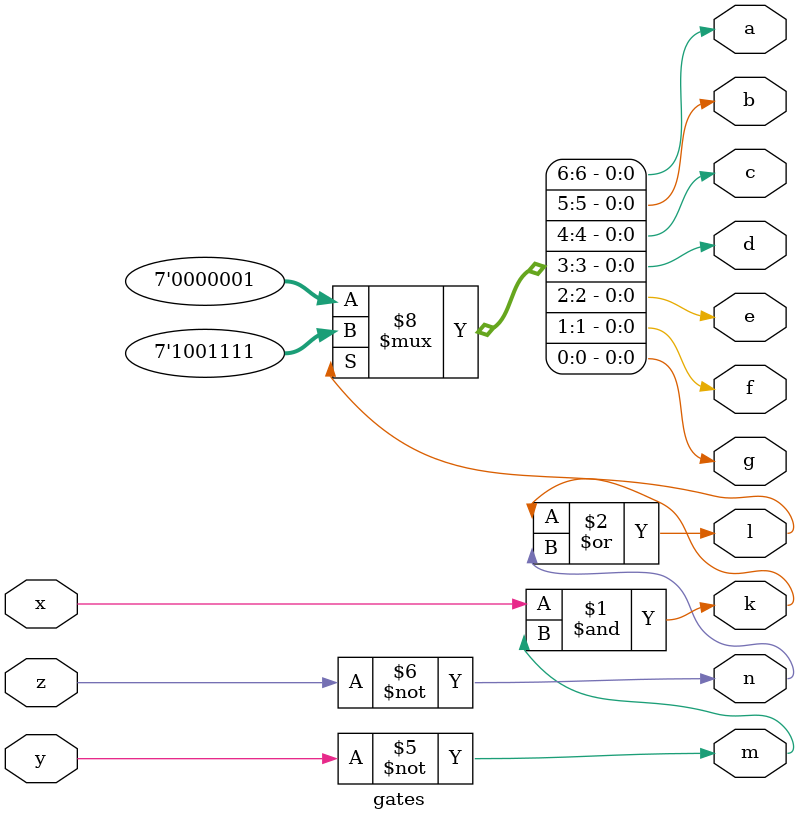
<source format=v>
module gates(x,y,z,k,l,m,n,a,b,c,d,e,f,g);
   output a;
   output b;
   output c;
   output d;
   output e;
   output f;
   output g;
   
   input x;
   input y;
   input z;   
   
   
   output reg k;
   output reg l; 
   output reg m;
   output reg n;      
   
   not(m,y);          
   not(n,z); 
             
 and(k,x,m);
 or(l,k,n);
 
/*parameter zero =3'b000;
parameter  one = 3'b001;
          
function automatic [6:0] seg;

    input [2:0] num_i; 

begin
    case (num_i)   	
        
      zero : seg<=7'b0000001;
      one  : seg<=7'b1001111;
      
      endcase
        
    
end
endfunction

reg[2:0] display*/

always @(*)
begin

if(l==0)
  begin
  {a,b,c,d,e,f,g}=7'b0000001;
  end
else
   begin
   {a,b,c,d,e,f,g}=7'b1001111;
   end
end
endmodule

</source>
